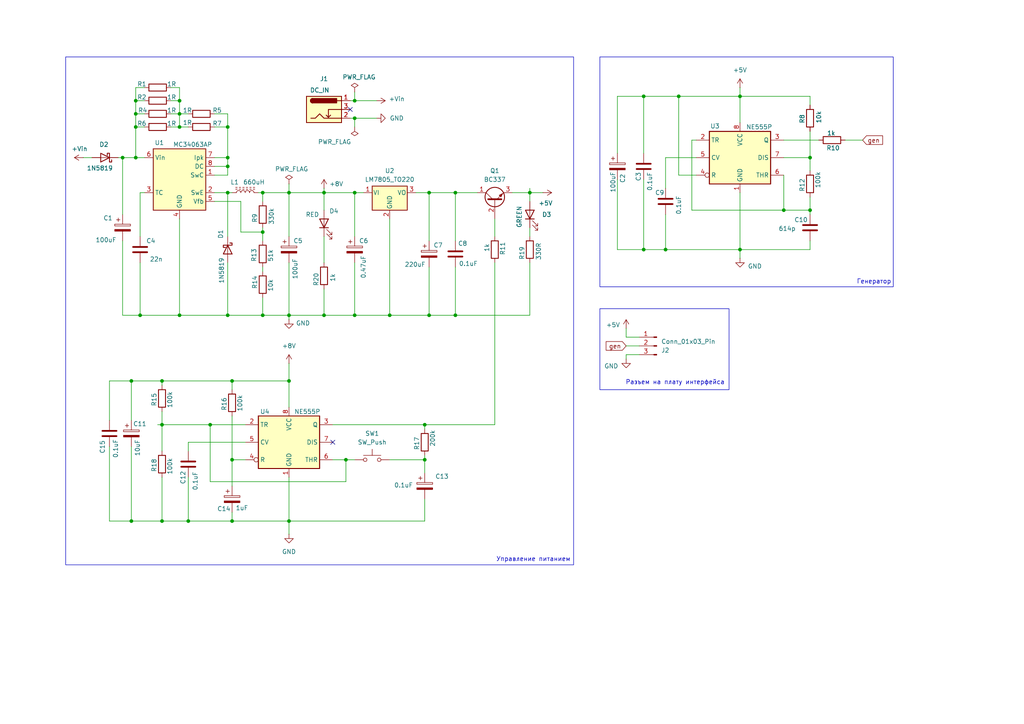
<source format=kicad_sch>
(kicad_sch (version 20231120) (generator "eeschema") (generator_version "8.0")
  (paper "A4")
  (title_block (title "Power Board"))
  (lib_symbols
    (symbol "Connector:Barrel_Jack_Switch" (pin_names hide)
      (property "Reference" "J" (at 0 5.334 0))
      (property "Value" "Barrel_Jack_Switch" (at 0 -5.08 0))
      (symbol "Barrel_Jack_Switch_0_1"
        (rectangle (start -5.08 3.81) (end 5.08 -3.81) (stroke (width 0.254)) (fill (type background)))
        (arc (start -3.302 3.175) (mid -3.9343 2.54) (end -3.302 1.905) (stroke (width 0.254)))
        (arc (start -3.302 3.175) (mid -3.9343 2.54) (end -3.302 1.905) (stroke (width 0.254)) (fill (type outline)))
        (polyline (pts (xy 1.27 -2.286) (xy 1.905 -1.651)) (stroke (width 0.254)))
        (polyline (pts (xy 5.08 2.54) (xy 3.81 2.54)) (stroke (width 0.254)))
        (polyline (pts (xy 5.08 0) (xy 1.27 0) (xy 1.27 -2.286) (xy 0.635 -1.651)) (stroke (width 0.254)))
        (polyline (pts (xy -3.81 -2.54) (xy -2.54 -2.54) (xy -1.27 -1.27) (xy 0 -2.54) (xy 2.54 -2.54) (xy 5.08 -2.54)) (stroke (width 0.254)))
        (rectangle (start 3.683 3.175) (end -3.302 1.905) (stroke (width 0.254)) (fill (type outline)))
      )
      (symbol "Barrel_Jack_Switch_1_1"
        (pin passive line (at 7.62 2.54 180) (length 2.54) (name "~") (number "1"))
        (pin passive line (at 7.62 -2.54 180) (length 2.54) (name "~") (number "2"))
        (pin passive line (at 7.62 0 180) (length 2.54) (name "~") (number "3"))
      )
    )
    (symbol "Connector:Conn_01x03_Pin" (pin_names (offset 1.016) hide)
      (property "Reference" "J" (at 0 5.08 0))
      (property "Value" "Conn_01x03_Pin" (at 0 -5.08 0))
      (symbol "Conn_01x03_Pin_1_1"
        (polyline (pts (xy 1.27 -2.54) (xy 0.8636 -2.54)) (stroke (width 0.1524)))
        (polyline (pts (xy 1.27 0) (xy 0.8636 0)) (stroke (width 0.1524)))
        (polyline (pts (xy 1.27 2.54) (xy 0.8636 2.54)) (stroke (width 0.1524)))
        (rectangle (start 0.8636 -2.413) (end 0 -2.667) (stroke (width 0.1524)) (fill (type outline)))
        (rectangle (start 0.8636 0.127) (end 0 -0.127) (stroke (width 0.1524)) (fill (type outline)))
        (rectangle (start 0.8636 2.667) (end 0 2.413) (stroke (width 0.1524)) (fill (type outline)))
        (pin passive line (at 5.08 2.54 180) (length 3.81) (name "Pin_1") (number "1"))
        (pin passive line (at 5.08 0 180) (length 3.81) (name "Pin_2") (number "2"))
        (pin passive line (at 5.08 -2.54 180) (length 3.81) (name "Pin_3") (number "3"))
      )
    )
    (symbol "Device:C" (pin_numbers hide) (pin_names (offset 0.254))
      (property "Reference" "C" (at 0.635 2.54 0))
      (property "Value" "C" (at 0.635 -2.54 0))
      (symbol "C_0_1"
        (polyline (pts (xy -2.032 -0.762) (xy 2.032 -0.762)) (stroke (width 0.508)))
        (polyline (pts (xy -2.032 0.762) (xy 2.032 0.762)) (stroke (width 0.508)))
      )
      (symbol "C_1_1"
        (pin passive line (at 0 3.81 270) (length 2.794) (name "~") (number "1"))
        (pin passive line (at 0 -3.81 90) (length 2.794) (name "~") (number "2"))
      )
    )
    (symbol "Device:C_Polarized" (pin_numbers hide) (pin_names (offset 0.254))
      (property "Reference" "C" (at 0.635 2.54 0))
      (property "Value" "C_Polarized" (at 0.635 -2.54 0))
      (symbol "C_Polarized_0_1"
        (rectangle (start -2.286 0.508) (end 2.286 1.016))
        (polyline (pts (xy -1.778 2.286) (xy -0.762 2.286)))
        (polyline (pts (xy -1.27 2.794) (xy -1.27 1.778)))
        (rectangle (start 2.286 -0.508) (end -2.286 -1.016) (fill (type outline)))
      )
      (symbol "C_Polarized_1_1"
        (pin passive line (at 0 3.81 270) (length 2.794) (name "~") (number "1"))
        (pin passive line (at 0 -3.81 90) (length 2.794) (name "~") (number "2"))
      )
    )
    (symbol "Device:LED" (pin_numbers hide) (pin_names (offset 1.016) hide)
      (property "Reference" "D" (at 0 2.54 0))
      (property "Value" "LED" (at 0 -2.54 0))
      (symbol "LED_0_1"
        (polyline (pts (xy -1.27 -1.27) (xy -1.27 1.27)) (stroke (width 0.254)))
        (polyline (pts (xy -1.27 0) (xy 1.27 0)))
        (polyline (pts (xy 1.27 -1.27) (xy 1.27 1.27) (xy -1.27 0) (xy 1.27 -1.27)) (stroke (width 0.254)))
        (polyline (pts (xy -3.048 -0.762) (xy -4.572 -2.286) (xy -3.81 -2.286) (xy -4.572 -2.286) (xy -4.572 -1.524)))
        (polyline (pts (xy -1.778 -0.762) (xy -3.302 -2.286) (xy -2.54 -2.286) (xy -3.302 -2.286) (xy -3.302 -1.524)))
      )
      (symbol "LED_1_1"
        (pin passive line (at -3.81 0 0) (length 2.54) (name "K") (number "1"))
        (pin passive line (at 3.81 0 180) (length 2.54) (name "A") (number "2"))
      )
    )
    (symbol "Device:L_Ferrite" (pin_numbers hide) (pin_names (offset 1.016) hide)
      (property "Reference" "L" (at -1.27 0 90))
      (property "Value" "L_Ferrite" (at 2.794 0 90))
      (symbol "L_Ferrite_0_1"
        (arc (start 0 -2.54) (mid 0.6323 -1.905) (end 0 -1.27))
        (arc (start 0 -1.27) (mid 0.6323 -0.635) (end 0 0))
        (polyline (pts (xy 1.016 -2.794) (xy 1.016 -2.286)))
        (polyline (pts (xy 1.016 -1.778) (xy 1.016 -1.27)))
        (polyline (pts (xy 1.016 -0.762) (xy 1.016 -0.254)))
        (polyline (pts (xy 1.016 0.254) (xy 1.016 0.762)))
        (polyline (pts (xy 1.016 1.27) (xy 1.016 1.778)))
        (polyline (pts (xy 1.016 2.286) (xy 1.016 2.794)))
        (polyline (pts (xy 1.524 -2.286) (xy 1.524 -2.794)))
        (polyline (pts (xy 1.524 -1.27) (xy 1.524 -1.778)))
        (polyline (pts (xy 1.524 -0.254) (xy 1.524 -0.762)))
        (polyline (pts (xy 1.524 0.762) (xy 1.524 0.254)))
        (polyline (pts (xy 1.524 1.778) (xy 1.524 1.27)))
        (polyline (pts (xy 1.524 2.794) (xy 1.524 2.286)))
        (arc (start 0 0) (mid 0.6323 0.635) (end 0 1.27))
        (arc (start 0 1.27) (mid 0.6323 1.905) (end 0 2.54))
      )
      (symbol "L_Ferrite_1_1"
        (pin passive line (at 0 3.81 270) (length 1.27) (name "1") (number "1"))
        (pin passive line (at 0 -3.81 90) (length 1.27) (name "2") (number "2"))
      )
    )
    (symbol "Device:R" (pin_numbers hide) (pin_names (offset 0))
      (property "Reference" "R" (at 2.032 0 90))
      (property "Value" "R" (at 0 0 90))
      (symbol "R_0_1"
        (rectangle (start -1.016 -2.54) (end 1.016 2.54) (stroke (width 0.254)))
      )
      (symbol "R_1_1"
        (pin passive line (at 0 3.81 270) (length 1.27) (name "~") (number "1"))
        (pin passive line (at 0 -3.81 90) (length 1.27) (name "~") (number "2"))
      )
    )
    (symbol "Diode:1N5819" (pin_numbers hide) (pin_names (offset 1.016) hide)
      (property "Reference" "D" (at 0 2.54 0))
      (property "Value" "1N5819" (at 0 -2.54 0))
      (symbol "1N5819_0_1"
        (polyline (pts (xy 1.27 0) (xy -1.27 0)))
        (polyline (pts (xy 1.27 1.27) (xy 1.27 -1.27) (xy -1.27 0) (xy 1.27 1.27)) (stroke (width 0.254)))
        (polyline (pts (xy -1.905 0.635) (xy -1.905 1.27) (xy -1.27 1.27) (xy -1.27 -1.27) (xy -0.635 -1.27) (xy -0.635 -0.635)) (stroke (width 0.254)))
      )
      (symbol "1N5819_1_1"
        (pin passive line (at -3.81 0 0) (length 2.54) (name "K") (number "1"))
        (pin passive line (at 3.81 0 180) (length 2.54) (name "A") (number "2"))
      )
    )
    (symbol "Regulator_Linear:LM7805_TO220" (pin_names (offset 0.254))
      (property "Reference" "U" (at -3.81 3.175 0))
      (property "Value" "LM7805_TO220" (at 0 3.175 0))
      (symbol "LM7805_TO220_0_1"
        (rectangle (start -5.08 1.905) (end 5.08 -5.08) (stroke (width 0.254)) (fill (type background)))
      )
      (symbol "LM7805_TO220_1_1"
        (pin power_in line (at -7.62 0 0) (length 2.54) (name "VI") (number "1"))
        (pin power_in line (at 0 -7.62 90) (length 2.54) (name "GND") (number "2"))
        (pin power_out line (at 7.62 0 180) (length 2.54) (name "VO") (number "3"))
      )
    )
    (symbol "Regulator_Switching:MC34063AP"
      (property "Reference" "U" (at -7.62 8.89 0))
      (property "Value" "MC34063AP" (at 0 8.89 0))
      (symbol "MC34063AP_0_1"
        (rectangle (start -7.62 7.62) (end 7.62 -10.16) (stroke (width 0.254)) (fill (type background)))
      )
      (symbol "MC34063AP_1_1"
        (pin open_collector line (at 10.16 0 180) (length 2.54) (name "SwC") (number "1"))
        (pin open_emitter line (at 10.16 -5.08 180) (length 2.54) (name "SwE") (number "2"))
        (pin passive line (at -10.16 -5.08 0) (length 2.54) (name "TC") (number "3"))
        (pin power_in line (at 0 -12.7 90) (length 2.54) (name "GND") (number "4"))
        (pin input line (at 10.16 -7.62 180) (length 2.54) (name "Vfb") (number "5"))
        (pin power_in line (at -10.16 5.08 0) (length 2.54) (name "Vin") (number "6"))
        (pin input line (at 10.16 5.08 180) (length 2.54) (name "Ipk") (number "7"))
        (pin open_collector line (at 10.16 2.54 180) (length 2.54) (name "DC") (number "8"))
      )
    )
    (symbol "Switch:SW_Push" (pin_numbers hide) (pin_names (offset 1.016) hide)
      (property "Reference" "SW" (at 1.27 2.54 0))
      (property "Value" "SW_Push" (at 0 -1.524 0))
      (symbol "SW_Push_0_1"
        (circle (center -2.032 0) (radius 0.508))
        (polyline (pts (xy 0 1.27) (xy 0 3.048)))
        (polyline (pts (xy 2.54 1.27) (xy -2.54 1.27)))
        (circle (center 2.032 0) (radius 0.508))
        (pin passive line (at -5.08 0 0) (length 2.54) (name "1") (number "1"))
        (pin passive line (at 5.08 0 180) (length 2.54) (name "2") (number "2"))
      )
    )
    (symbol "Timer:NE555P"
      (property "Reference" "U" (at -10.16 8.89 0))
      (property "Value" "NE555P" (at 2.54 8.89 0))
      (symbol "NE555P_0_0"
        (pin power_in line (at 0 -10.16 90) (length 2.54) (name "GND") (number "1"))
        (pin power_in line (at 0 10.16 270) (length 2.54) (name "VCC") (number "8"))
      )
      (symbol "NE555P_0_1"
        (rectangle (start -8.89 -7.62) (end 8.89 7.62) (stroke (width 0.254)) (fill (type background)))
        (rectangle (start -8.89 -7.62) (end 8.89 7.62) (stroke (width 0.254)) (fill (type background)))
      )
      (symbol "NE555P_1_1"
        (pin input line (at -12.7 5.08 0) (length 3.81) (name "TR") (number "2"))
        (pin output line (at 12.7 5.08 180) (length 3.81) (name "Q") (number "3"))
        (pin input inverted (at -12.7 -5.08 0) (length 3.81) (name "R") (number "4"))
        (pin input line (at -12.7 0 0) (length 3.81) (name "CV") (number "5"))
        (pin input line (at 12.7 -5.08 180) (length 3.81) (name "THR") (number "6"))
        (pin input line (at 12.7 0 180) (length 3.81) (name "DIS") (number "7"))
      )
    )
    (symbol "Transistor_BJT:BC337" (pin_names (offset 0) hide)
      (property "Reference" "Q" (at 5.08 1.905 0))
      (property "Value" "BC337" (at 5.08 0 0))
      (symbol "BC337_0_1"
        (polyline (pts (xy 0 0) (xy 0.635 0)))
        (polyline (pts (xy 0.635 0.635) (xy 2.54 2.54)))
        (polyline (pts (xy 0.635 -0.635) (xy 2.54 -2.54) (xy 2.54 -2.54)))
        (polyline (pts (xy 0.635 1.905) (xy 0.635 -1.905) (xy 0.635 -1.905)) (stroke (width 0.508)))
        (polyline (pts (xy 1.27 -1.778) (xy 1.778 -1.27) (xy 2.286 -2.286) (xy 1.27 -1.778) (xy 1.27 -1.778)) (fill (type outline)))
        (circle (center 1.27 0) (radius 2.8194) (stroke (width 0.254)))
      )
      (symbol "BC337_1_1"
        (pin passive line (at 2.54 5.08 270) (length 2.54) (name "C") (number "1"))
        (pin input line (at -5.08 0 0) (length 5.08) (name "B") (number "2"))
        (pin passive line (at 2.54 -5.08 90) (length 2.54) (name "E") (number "3"))
      )
    )
    (symbol "power:+12V" (power) (pin_numbers hide) (pin_names (offset 0) hide)
      (property "Value" "+12V" (at 0 3.556 0))
      (symbol "+12V_0_1"
        (polyline (pts (xy -0.762 1.27) (xy 0 2.54)))
        (polyline (pts (xy 0 0) (xy 0 2.54)))
        (polyline (pts (xy 0 2.54) (xy 0.762 1.27)))
      )
      (symbol "+12V_1_1"
        (pin power_in line (at 0 0 90) (length 0) (name "~") (number "1"))
      )
    )
    (symbol "power:+5V" (power) (pin_numbers hide) (pin_names (offset 0) hide)
      (property "Value" "+5V" (at 0 3.556 0))
      (symbol "+5V_0_1"
        (polyline (pts (xy -0.762 1.27) (xy 0 2.54)))
        (polyline (pts (xy 0 0) (xy 0 2.54)))
        (polyline (pts (xy 0 2.54) (xy 0.762 1.27)))
      )
      (symbol "+5V_1_1"
        (pin power_in line (at 0 0 90) (length 0) (name "~") (number "1"))
      )
    )
    (symbol "power:+9V" (power) (pin_numbers hide) (pin_names (offset 0) hide)
      (property "Value" "+9V" (at 0 3.556 0))
      (symbol "+9V_0_1"
        (polyline (pts (xy -0.762 1.27) (xy 0 2.54)))
        (polyline (pts (xy 0 0) (xy 0 2.54)))
        (polyline (pts (xy 0 2.54) (xy 0.762 1.27)))
      )
      (symbol "+9V_1_1"
        (pin power_in line (at 0 0 90) (length 0) (name "~") (number "1"))
      )
    )
    (symbol "power:GND" (power) (pin_numbers hide) (pin_names (offset 0) hide)
      (property "Value" "GND" (at 0 -3.81 0))
      (symbol "GND_0_1"
        (polyline (pts (xy 0 0) (xy 0 -1.27) (xy 1.27 -1.27) (xy 0 -2.54) (xy -1.27 -1.27) (xy 0 -1.27)))
      )
      (symbol "GND_1_1"
        (pin power_in line (at 0 0 270) (length 0) (name "~") (number "1"))
      )
    )
    (symbol "power:PWR_FLAG" (power) (pin_numbers hide) (pin_names (offset 0) hide)
      (property "Value" "PWR_FLAG" (at 0 3.81 0))
      (symbol "PWR_FLAG_0_0"
        (pin power_out line (at 0 0 90) (length 0) (name "~") (number "1"))
      )
      (symbol "PWR_FLAG_0_1"
        (polyline (pts (xy 0 0) (xy 0 1.27) (xy -1.016 1.905) (xy 0 2.54) (xy 1.016 1.905) (xy 0 1.27)))
      )
    )
  )
  (junction (at 66.04 36.83))
  (junction (at 76.2 91.44))
  (junction (at 93.98 91.44))
  (junction (at 38.1 151.13))
  (junction (at 214.63 72.39))
  (junction (at 83.82 55.88))
  (junction (at 76.2 55.88))
  (junction (at 67.31 110.49))
  (junction (at 132.08 55.88))
  (junction (at 46.99 123.19))
  (junction (at 123.19 133.35))
  (junction (at 52.07 29.21))
  (junction (at 52.07 36.83))
  (junction (at 66.04 91.44))
  (junction (at 83.82 110.49))
  (junction (at 124.46 91.44))
  (junction (at 76.2 67.31))
  (junction (at 227.33 60.96))
  (junction (at 93.98 55.88))
  (junction (at 46.99 110.49))
  (junction (at 67.31 151.13))
  (junction (at 214.63 27.94))
  (junction (at 123.19 123.19))
  (junction (at 54.61 151.13))
  (junction (at 35.56 45.72))
  (junction (at 102.87 55.88))
  (junction (at 113.03 91.44))
  (junction (at 52.07 91.44))
  (junction (at 39.37 29.21))
  (junction (at 52.07 33.02))
  (junction (at 39.37 36.83))
  (junction (at 60.96 123.19))
  (junction (at 46.99 151.13))
  (junction (at 102.87 29.21))
  (junction (at 196.85 27.94))
  (junction (at 102.87 91.44))
  (junction (at 234.95 45.72))
  (junction (at 40.64 91.44))
  (junction (at 132.08 91.44))
  (junction (at 39.37 45.72))
  (junction (at 67.31 133.35))
  (junction (at 153.67 55.88))
  (junction (at 66.04 45.72))
  (junction (at 66.04 48.26))
  (junction (at 193.04 72.39))
  (junction (at 124.46 55.88))
  (junction (at 66.04 55.88))
  (junction (at 234.95 60.96))
  (junction (at 39.37 33.02))
  (junction (at 100.33 133.35))
  (junction (at 186.69 72.39))
  (junction (at 83.82 151.13))
  (junction (at 186.69 27.94))
  (junction (at 83.82 91.44))
  (junction (at 102.87 34.29))
  (junction (at 38.1 110.49))
  (no_connect (at 101.6 31.75))
  (no_connect (at 96.52 128.27))
  (wire (pts (xy 31.75 151.13) (xy 38.1 151.13)))
  (wire (pts (xy 67.31 133.35) (xy 71.12 133.35)))
  (wire (pts (xy 83.82 138.43) (xy 83.82 151.13)))
  (wire (pts (xy 83.82 91.44) (xy 83.82 92.71)))
  (wire (pts (xy 186.69 72.39) (xy 193.04 72.39)))
  (wire (pts (xy 76.2 77.47) (xy 76.2 78.74)))
  (wire (pts (xy 93.98 54.61) (xy 93.98 55.88)))
  (wire (pts (xy 31.75 129.54) (xy 31.75 151.13)))
  (wire (pts (xy 153.67 91.44) (xy 132.08 91.44)))
  (wire (pts (xy 234.95 27.94) (xy 234.95 30.48)))
  (wire (pts (xy 96.52 133.35) (xy 100.33 133.35)))
  (wire (pts (xy 179.07 44.45) (xy 179.07 27.94)))
  (wire (pts (xy 52.07 33.02) (xy 52.07 29.21)))
  (wire (pts (xy 83.82 105.41) (xy 83.82 110.49)))
  (wire (pts (xy 52.07 33.02) (xy 54.61 33.02)))
  (wire (pts (xy 62.23 58.42) (xy 69.85 58.42)))
  (wire (pts (xy 214.63 72.39) (xy 214.63 74.93)))
  (wire (pts (xy 39.37 25.4) (xy 41.91 25.4)))
  (wire (pts (xy 62.23 55.88) (xy 66.04 55.88)))
  (wire (pts (xy 113.03 133.35) (xy 123.19 133.35)))
  (wire (pts (xy 46.99 151.13) (xy 54.61 151.13)))
  (wire (pts (xy 132.08 69.85) (xy 132.08 55.88)))
  (wire (pts (xy 67.31 151.13) (xy 83.82 151.13)))
  (wire (pts (xy 67.31 133.35) (xy 67.31 140.97)))
  (wire (pts (xy 46.99 123.19) (xy 45.72 123.19)))
  (wire (pts (xy 153.67 55.88) (xy 157.48 55.88)))
  (wire (pts (xy 186.69 72.39) (xy 186.69 52.07)))
  (wire (pts (xy 100.33 139.7) (xy 100.33 133.35)))
  (wire (pts (xy 66.04 36.83) (xy 66.04 45.72)))
  (wire (pts (xy 200.66 40.64) (xy 201.93 40.64)))
  (wire (pts (xy 83.82 76.2) (xy 83.82 91.44)))
  (wire (pts (xy 54.61 128.27) (xy 54.61 130.81)))
  (wire (pts (xy 93.98 68.58) (xy 93.98 76.2)))
  (wire (pts (xy 39.37 36.83) (xy 39.37 33.02)))
  (wire (pts (xy 101.6 29.21) (xy 102.87 29.21)))
  (wire (pts (xy 60.96 123.19) (xy 71.12 123.19)))
  (wire (pts (xy 60.96 123.19) (xy 60.96 139.7)))
  (wire (pts (xy 93.98 55.88) (xy 93.98 60.96)))
  (wire (pts (xy 52.07 36.83) (xy 52.07 33.02)))
  (wire (pts (xy 153.67 55.88) (xy 153.67 58.42)))
  (wire (pts (xy 39.37 33.02) (xy 41.91 33.02)))
  (wire (pts (xy 200.66 60.96) (xy 200.66 40.64)))
  (wire (pts (xy 52.07 91.44) (xy 52.07 63.5)))
  (wire (pts (xy 76.2 55.88) (xy 83.82 55.88)))
  (wire (pts (xy 123.19 132.08) (xy 123.19 133.35)))
  (wire (pts (xy 214.63 27.94) (xy 234.95 27.94)))
  (wire (pts (xy 123.19 123.19) (xy 123.19 124.46)))
  (wire (pts (xy 83.82 55.88) (xy 93.98 55.88)))
  (wire (pts (xy 200.66 60.96) (xy 227.33 60.96)))
  (wire (pts (xy 38.1 129.54) (xy 38.1 151.13)))
  (wire (pts (xy 185.42 97.79) (xy 181.61 97.79)))
  (wire (pts (xy 132.08 91.44) (xy 132.08 77.47)))
  (wire (pts (xy 76.2 86.36) (xy 76.2 91.44)))
  (wire (pts (xy 179.07 72.39) (xy 186.69 72.39)))
  (wire (pts (xy 101.6 34.29) (xy 102.87 34.29)))
  (wire (pts (xy 148.59 55.88) (xy 153.67 55.88)))
  (wire (pts (xy 66.04 48.26) (xy 66.04 50.8)))
  (wire (pts (xy 153.67 66.04) (xy 153.67 68.58)))
  (wire (pts (xy 124.46 77.47) (xy 124.46 91.44)))
  (wire (pts (xy 34.29 45.72) (xy 35.56 45.72)))
  (wire (pts (xy 105.41 55.88) (xy 102.87 55.88)))
  (wire (pts (xy 179.07 72.39) (xy 179.07 52.07)))
  (wire (pts (xy 124.46 91.44) (xy 132.08 91.44)))
  (wire (pts (xy 76.2 67.31) (xy 76.2 69.85)))
  (wire (pts (xy 69.85 67.31) (xy 76.2 67.31)))
  (wire (pts (xy 234.95 38.1) (xy 234.95 45.72)))
  (wire (pts (xy 67.31 110.49) (xy 67.31 113.03)))
  (wire (pts (xy 196.85 50.8) (xy 201.93 50.8)))
  (wire (pts (xy 54.61 151.13) (xy 67.31 151.13)))
  (wire (pts (xy 83.82 91.44) (xy 93.98 91.44)))
  (wire (pts (xy 227.33 40.64) (xy 237.49 40.64)))
  (wire (pts (xy 67.31 120.65) (xy 67.31 133.35)))
  (wire (pts (xy 83.82 110.49) (xy 83.82 118.11)))
  (wire (pts (xy 66.04 36.83) (xy 66.04 33.02)))
  (wire (pts (xy 46.99 119.38) (xy 46.99 123.19)))
  (wire (pts (xy 234.95 45.72) (xy 234.95 49.53)))
  (wire (pts (xy 62.23 36.83) (xy 66.04 36.83)))
  (wire (pts (xy 201.93 45.72) (xy 193.04 45.72)))
  (wire (pts (xy 143.51 63.5) (xy 143.51 68.58)))
  (wire (pts (xy 54.61 138.43) (xy 54.61 151.13)))
  (wire (pts (xy 96.52 123.19) (xy 123.19 123.19)))
  (wire (pts (xy 185.42 102.87) (xy 181.61 102.87)))
  (wire (pts (xy 196.85 27.94) (xy 196.85 50.8)))
  (wire (pts (xy 83.82 53.34) (xy 83.82 55.88)))
  (wire (pts (xy 186.69 44.45) (xy 186.69 27.94)))
  (wire (pts (xy 102.87 29.21) (xy 109.22 29.21)))
  (wire (pts (xy 179.07 27.94) (xy 186.69 27.94)))
  (wire (pts (xy 67.31 110.49) (xy 83.82 110.49)))
  (wire (pts (xy 123.19 123.19) (xy 143.51 123.19)))
  (wire (pts (xy 62.23 50.8) (xy 66.04 50.8)))
  (wire (pts (xy 214.63 55.88) (xy 214.63 72.39)))
  (wire (pts (xy 74.93 55.88) (xy 76.2 55.88)))
  (wire (pts (xy 38.1 151.13) (xy 46.99 151.13)))
  (wire (pts (xy 214.63 72.39) (xy 234.95 72.39)))
  (wire (pts (xy 123.19 133.35) (xy 123.19 137.16)))
  (wire (pts (xy 124.46 55.88) (xy 132.08 55.88)))
  (wire (pts (xy 52.07 36.83) (xy 54.61 36.83)))
  (wire (pts (xy 102.87 34.29) (xy 102.87 36.83)))
  (wire (pts (xy 193.04 62.23) (xy 193.04 72.39)))
  (wire (pts (xy 39.37 36.83) (xy 39.37 45.72)))
  (wire (pts (xy 35.56 91.44) (xy 40.64 91.44)))
  (wire (pts (xy 62.23 48.26) (xy 66.04 48.26)))
  (wire (pts (xy 227.33 60.96) (xy 234.95 60.96)))
  (wire (pts (xy 62.23 33.02) (xy 66.04 33.02)))
  (wire (pts (xy 83.82 91.44) (xy 76.2 91.44)))
  (wire (pts (xy 227.33 45.72) (xy 234.95 45.72)))
  (wire (pts (xy 66.04 91.44) (xy 76.2 91.44)))
  (wire (pts (xy 31.75 110.49) (xy 38.1 110.49)))
  (wire (pts (xy 52.07 29.21) (xy 52.07 25.4)))
  (wire (pts (xy 214.63 27.94) (xy 214.63 35.56)))
  (wire (pts (xy 60.96 139.7) (xy 100.33 139.7)))
  (wire (pts (xy 214.63 25.4) (xy 214.63 27.94)))
  (wire (pts (xy 102.87 55.88) (xy 102.87 68.58)))
  (wire (pts (xy 49.53 36.83) (xy 52.07 36.83)))
  (wire (pts (xy 123.19 151.13) (xy 123.19 144.78)))
  (wire (pts (xy 38.1 110.49) (xy 38.1 121.92)))
  (wire (pts (xy 113.03 91.44) (xy 102.87 91.44)))
  (wire (pts (xy 193.04 45.72) (xy 193.04 54.61)))
  (wire (pts (xy 245.11 40.64) (xy 250.19 40.64)))
  (wire (pts (xy 196.85 27.94) (xy 214.63 27.94)))
  (wire (pts (xy 76.2 66.04) (xy 76.2 67.31)))
  (wire (pts (xy 38.1 110.49) (xy 46.99 110.49)))
  (wire (pts (xy 39.37 25.4) (xy 39.37 29.21)))
  (wire (pts (xy 52.07 91.44) (xy 66.04 91.44)))
  (wire (pts (xy 62.23 45.72) (xy 66.04 45.72)))
  (wire (pts (xy 49.53 25.4) (xy 52.07 25.4)))
  (wire (pts (xy 93.98 55.88) (xy 102.87 55.88)))
  (wire (pts (xy 153.67 76.2) (xy 153.67 91.44)))
  (wire (pts (xy 113.03 63.5) (xy 113.03 91.44)))
  (wire (pts (xy 67.31 148.59) (xy 67.31 151.13)))
  (wire (pts (xy 132.08 55.88) (xy 138.43 55.88)))
  (wire (pts (xy 186.69 27.94) (xy 196.85 27.94)))
  (wire (pts (xy 40.64 55.88) (xy 41.91 55.88)))
  (wire (pts (xy 227.33 50.8) (xy 227.33 60.96)))
  (wire (pts (xy 153.67 54.61) (xy 153.67 55.88)))
  (wire (pts (xy 35.56 45.72) (xy 35.56 62.23)))
  (wire (pts (xy 31.75 121.92) (xy 31.75 110.49)))
  (wire (pts (xy 40.64 76.2) (xy 40.64 91.44)))
  (wire (pts (xy 69.85 58.42) (xy 69.85 67.31)))
  (wire (pts (xy 124.46 55.88) (xy 124.46 69.85)))
  (wire (pts (xy 35.56 69.85) (xy 35.56 91.44)))
  (wire (pts (xy 71.12 128.27) (xy 54.61 128.27)))
  (wire (pts (xy 66.04 55.88) (xy 66.04 68.58)))
  (wire (pts (xy 181.61 100.33) (xy 185.42 100.33)))
  (wire (pts (xy 76.2 55.88) (xy 76.2 58.42)))
  (wire (pts (xy 234.95 69.85) (xy 234.95 72.39)))
  (wire (pts (xy 49.53 29.21) (xy 52.07 29.21)))
  (wire (pts (xy 83.82 151.13) (xy 123.19 151.13)))
  (wire (pts (xy 234.95 57.15) (xy 234.95 60.96)))
  (wire (pts (xy 40.64 68.58) (xy 40.64 55.88)))
  (wire (pts (xy 46.99 151.13) (xy 46.99 138.43)))
  (wire (pts (xy 39.37 29.21) (xy 41.91 29.21)))
  (wire (pts (xy 39.37 36.83) (xy 41.91 36.83)))
  (wire (pts (xy 49.53 33.02) (xy 52.07 33.02)))
  (wire (pts (xy 100.33 133.35) (xy 102.87 133.35)))
  (wire (pts (xy 120.65 55.88) (xy 124.46 55.88)))
  (wire (pts (xy 66.04 55.88) (xy 67.31 55.88)))
  (wire (pts (xy 24.13 45.72) (xy 26.67 45.72)))
  (wire (pts (xy 102.87 34.29) (xy 109.22 34.29)))
  (wire (pts (xy 46.99 123.19) (xy 60.96 123.19)))
  (wire (pts (xy 181.61 102.87) (xy 181.61 104.14)))
  (wire (pts (xy 143.51 76.2) (xy 143.51 123.19)))
  (wire (pts (xy 46.99 111.76) (xy 46.99 110.49)))
  (wire (pts (xy 181.61 97.79) (xy 181.61 95.25)))
  (wire (pts (xy 234.95 60.96) (xy 234.95 62.23)))
  (wire (pts (xy 39.37 29.21) (xy 39.37 33.02)))
  (wire (pts (xy 39.37 45.72) (xy 41.91 45.72)))
  (wire (pts (xy 93.98 91.44) (xy 102.87 91.44)))
  (wire (pts (xy 66.04 45.72) (xy 66.04 48.26)))
  (wire (pts (xy 102.87 26.67) (xy 102.87 29.21)))
  (wire (pts (xy 93.98 83.82) (xy 93.98 91.44)))
  (wire (pts (xy 66.04 76.2) (xy 66.04 91.44)))
  (wire (pts (xy 46.99 123.19) (xy 46.99 130.81)))
  (wire (pts (xy 83.82 151.13) (xy 83.82 154.94)))
  (wire (pts (xy 124.46 91.44) (xy 113.03 91.44)))
  (wire (pts (xy 193.04 72.39) (xy 214.63 72.39)))
  (wire (pts (xy 83.82 55.88) (xy 83.82 68.58)))
  (wire (pts (xy 102.87 91.44) (xy 102.87 76.2)))
  (wire (pts (xy 46.99 110.49) (xy 67.31 110.49)))
  (wire (pts (xy 40.64 91.44) (xy 52.07 91.44)))
  (wire (pts (xy 35.56 45.72) (xy 39.37 45.72)))
  (rectangle (start 173.99 16.51) (end 259.08 83.185))
  (rectangle (start 19.05 16.51) (end 166.37 163.83))
  (rectangle (start 173.99 89.535) (end 211.455 113.03))
  (text "Генератор" (at 253.492 81.788 0) (effects (font (size 1.27 1.27))))
  (text "Разъем на плату интерфейса" (at 195.834 110.998 0) (effects (font (size 1.27 1.27))))
  (text "Управление питанием" (at 154.686 162.306 0) (effects (font (size 1.27 1.27))))
  (global_label "gen" (shape input) (at 250.19 40.64 0) (property "Intersheetrefs" "${INTERSHEET_REFS}" (effects (hide yes))))
  (global_label "gen" (shape input) (at 181.61 100.33 180) (property "Intersheetrefs" "${INTERSHEET_REFS}" (effects (hide yes))))
  (symbol (lib_id "power:PWR_FLAG") (at 83.82 53.34 0) (unit 1)
    (property "Reference" "#FLG03" (effects (hide yes)))
    (property "Value" "PWR_FLAG" (at 84.582 49.022 0))
    (property "Description" "Special symbol for telling ERC where power comes from" (effects (hide yes)))
  )
  (symbol (lib_id "Device:C") (at 186.69 48.26 0) (unit 1)
    (property "Reference" "C3" (at 185.166 52.578 90) (effects (justify left)))
    (property "Value" "0.1uF" (at 188.468 55.372 90) (effects (justify left)))
    (property "Footprint" "Capacitor_THT:C_Disc_D3.0mm_W2.0mm_P2.50mm" (effects (hide yes)))
    (property "Description" "Unpolarized capacitor" (effects (hide yes)))
  )
  (symbol (lib_id "power:GND") (at 181.61 104.14 0) (unit 1)
    (property "Reference" "#PWR07" (effects (hide yes)))
    (property "Value" "GND" (at 177.292 106.172 0))
    (property "Description" "Power symbol creates a global label with name \"GND\" , ground" (effects (hide yes)))
  )
  (symbol (lib_id "Device:C_Polarized") (at 67.31 144.78 0) (unit 1)
    (property "Reference" "C14" (at 62.992 147.574 0) (effects (justify left)))
    (property "Value" "1uF" (at 68.326 147.32 0) (effects (justify left)))
    (property "Footprint" "Capacitor_THT:CP_Radial_D4.0mm_P1.50mm" (effects (hide yes)))
    (property "Description" "Polarized capacitor" (effects (hide yes)))
  )
  (symbol (lib_id "power:+5V") (at 157.48 55.88 270) (unit 1)
    (property "Reference" "#PWR05" (effects (hide yes)))
    (property "Value" "+5V" (at 156.21 58.928 90) (effects (justify left)))
    (property "Description" "Power symbol creates a global label with name \"+5V\"" (effects (hide yes)))
  )
  (symbol (lib_id "power:+12V") (at 109.22 29.21 270) (unit 1)
    (property "Reference" "#PWR01" (effects (hide yes)))
    (property "Value" "+Vin" (at 112.776 28.702 90) (effects (justify left)))
    (property "Description" "Power symbol creates a global label with name \"+12V\"" (effects (hide yes)))
  )
  (symbol (lib_id "Device:C") (at 40.64 72.39 0) (unit 1)
    (property "Reference" "C4" (at 42.418 69.85 0) (effects (justify left)))
    (property "Value" "22n" (at 43.434 75.184 0) (effects (justify left)))
    (property "Footprint" "Capacitor_THT:C_Disc_D3.0mm_W2.0mm_P2.50mm" (effects (hide yes)))
    (property "Description" "Unpolarized capacitor" (effects (hide yes)))
  )
  (symbol (lib_id "Device:R") (at 153.67 72.39 180) (unit 1)
    (property "Reference" "R19" (at 151.384 73.406 90))
    (property "Value" "330R" (at 156.21 72.898 90))
    (property "Footprint" "Resistor_THT:R_Axial_DIN0207_L6.3mm_D2.5mm_P2.54mm_Vertical" (effects (hide yes)))
    (property "Description" "Resistor" (effects (hide yes)))
  )
  (symbol (lib_id "Timer:NE555P") (at 83.82 128.27 0) (unit 1)
    (property "Reference" "U4" (at 75.438 119.38 0) (effects (justify left)))
    (property "Value" "NE555P" (at 85.344 119.38 0) (effects (justify left)))
    (property "Footprint" "Package_DIP:DIP-8_W7.62mm" (effects (hide yes)))
    (property "Datasheet" "http://www.ti.com/lit/ds/symlink/ne555.pdf" (effects (hide yes)))
    (property "Description" "Precision Timers, 555 compatible,  PDIP-8" (effects (hide yes)))
  )
  (symbol (lib_id "Device:R") (at 234.95 34.29 180) (unit 1)
    (property "Reference" "R8" (at 232.664 35.814 90) (effects (justify right)))
    (property "Value" "10k" (at 237.49 35.814 90) (effects (justify right)))
    (property "Footprint" "Resistor_THT:R_Axial_DIN0207_L6.3mm_D2.5mm_P2.54mm_Vertical" (effects (hide yes)))
    (property "Description" "Resistor" (effects (hide yes)))
  )
  (symbol (lib_id "Device:R") (at 76.2 73.66 0) (unit 1)
    (property "Reference" "R13" (at 73.66 75.946 90) (effects (justify left)))
    (property "Value" "51k" (at 78.486 75.946 90) (effects (justify left)))
    (property "Footprint" "Resistor_THT:R_Axial_DIN0204_L3.6mm_D1.6mm_P7.62mm_Horizontal" (effects (hide yes)))
    (property "Description" "Resistor" (effects (hide yes)))
  )
  (symbol (lib_id "Device:LED") (at 153.67 62.23 90) (unit 1)
    (property "Reference" "D3" (at 157.226 62.23 90) (effects (justify right)))
    (property "Value" "GREEN" (at 150.622 59.69 0) (effects (justify right)))
    (property "Footprint" "LED_THT:LED_D3.0mm_Horizontal_O1.27mm_Z2.0mm_Clear" (effects (hide yes)))
    (property "Description" "Light emitting diode" (effects (hide yes)))
  )
  (symbol (lib_id "Device:C_Polarized") (at 179.07 48.26 0) (unit 1)
    (property "Reference" "C2" (at 180.594 53.086 90) (effects (justify left)))
    (property "Value" "100uF" (at 177.8 55.88 90) (effects (justify left)))
    (property "Footprint" "Capacitor_THT:CP_Radial_D8.0mm_P3.80mm" (effects (hide yes)))
    (property "Description" "Polarized capacitor" (effects (hide yes)))
  )
  (symbol (lib_id "Device:C") (at 193.04 58.42 0) (unit 1)
    (property "Reference" "C9" (at 189.992 55.88 0) (effects (justify left)))
    (property "Value" "0.1uF" (at 196.85 62.23 90) (effects (justify left)))
    (property "Footprint" "Capacitor_THT:C_Disc_D3.0mm_W2.0mm_P2.50mm" (effects (hide yes)))
    (property "Description" "Unpolarized capacitor" (effects (hide yes)))
  )
  (symbol (lib_id "power:GND") (at 83.82 92.71 0) (unit 1)
    (property "Reference" "#PWR06" (effects (hide yes)))
    (property "Value" "GND" (at 87.884 93.726 0))
    (property "Description" "Power symbol creates a global label with name \"GND\" , ground" (effects (hide yes)))
  )
  (symbol (lib_id "Device:C") (at 54.61 134.62 0) (unit 1)
    (property "Reference" "C12" (at 53.086 140.462 90) (effects (justify left)))
    (property "Value" "0.1uF" (at 56.642 142.24 90) (effects (justify left)))
    (property "Footprint" "Capacitor_THT:C_Disc_D3.0mm_W2.0mm_P2.50mm" (effects (hide yes)))
    (property "Description" "Unpolarized capacitor" (effects (hide yes)))
  )
  (symbol (lib_id "Device:C_Polarized") (at 102.87 72.39 0) (unit 1)
    (property "Reference" "C6" (at 104.14 69.85 0) (effects (justify left)))
    (property "Value" "0.47uF" (at 105.41 80.772 90) (effects (justify left)))
    (property "Footprint" "Capacitor_THT:CP_Radial_D5.0mm_P2.50mm" (effects (hide yes)))
    (property "Description" "Polarized capacitor" (effects (hide yes)))
  )
  (symbol (lib_id "Device:C_Polarized") (at 38.1 125.73 0) (unit 1)
    (property "Reference" "C11" (at 38.608 122.936 0) (effects (justify left)))
    (property "Value" "10uF" (at 39.878 132.334 90) (effects (justify left)))
    (property "Footprint" "Capacitor_THT:CP_Radial_D4.0mm_P2.00mm" (effects (hide yes)))
    (property "Description" "Polarized capacitor" (effects (hide yes)))
  )
  (symbol (lib_id "Connector:Conn_01x03_Pin") (at 190.5 100.33 0) (mirror y) (unit 1)
    (property "Reference" "J2" (at 191.77 101.6001 0) (effects (justify right)))
    (property "Value" "Conn_01x03_Pin" (at 191.77 99.0601 0) (effects (justify right)))
    (property "Footprint" "Connector_PinHeader_2.54mm:PinHeader_1x03_P2.54mm_Vertical" (effects (hide yes)))
    (property "Description" "Generic connector, single row, 01x03, script generated" (effects (hide yes)))
  )
  (symbol (lib_id "power:+5V") (at 181.61 95.25 0) (unit 1)
    (property "Reference" "#PWR012" (effects (hide yes)))
    (property "Value" "+5V" (at 175.768 94.234 0) (effects (justify left)))
    (property "Description" "Power symbol creates a global label with name \"+5V\"" (effects (hide yes)))
  )
  (symbol (lib_id "Device:C_Polarized") (at 83.82 72.39 0) (unit 1)
    (property "Reference" "C5" (at 85.09 69.85 0) (effects (justify left)))
    (property "Value" "100uF" (at 85.598 81.026 90) (effects (justify left)))
    (property "Footprint" "Capacitor_THT:CP_Radial_D8.0mm_P3.80mm" (effects (hide yes)))
    (property "Description" "Polarized capacitor" (effects (hide yes)))
  )
  (symbol (lib_id "Connector:Barrel_Jack_Switch") (at 93.98 31.75 0) (unit 1)
    (property "Reference" "J1" (at 93.98 22.86 0))
    (property "Value" "DC_IN" (at 92.71 26.162 0))
    (property "Footprint" "Connector_BarrelJack:BarrelJack_Horizontal" (effects (hide yes)))
    (property "Description" "DC Barrel Jack with an internal switch" (effects (hide yes)))
  )
  (symbol (lib_id "Diode:1N5819") (at 30.48 45.72 180) (unit 1)
    (property "Reference" "D2" (at 31.496 41.91 0) (effects (justify left)))
    (property "Value" "1N5819" (at 32.766 48.768 0) (effects (justify left)))
    (property "Footprint" "Diode_THT:D_DO-41_SOD81_P2.54mm_Vertical_AnodeUp" (effects (hide yes)))
    (property "Datasheet" "http://www.vishay.com/docs/88525/1n5817.pdf" (effects (hide yes)))
    (property "Description" "40V 1A Schottky Barrier Rectifier Diode, DO-41" (effects (hide yes)))
  )
  (symbol (lib_id "Device:R") (at 234.95 53.34 180) (unit 1)
    (property "Reference" "R12" (at 232.664 55.626 90) (effects (justify right)))
    (property "Value" "100k" (at 237.236 54.61 90) (effects (justify right)))
    (property "Footprint" "Resistor_THT:R_Axial_DIN0207_L6.3mm_D2.5mm_P2.54mm_Vertical" (effects (hide yes)))
    (property "Description" "Resistor" (effects (hide yes)))
  )
  (symbol (lib_id "Device:R") (at 123.19 128.27 180) (unit 1)
    (property "Reference" "R17" (at 120.904 130.556 90) (effects (justify right)))
    (property "Value" "200k" (at 125.476 129.54 90) (effects (justify right)))
    (property "Footprint" "Resistor_THT:R_Axial_DIN0204_L3.6mm_D1.6mm_P7.62mm_Horizontal" (effects (hide yes)))
    (property "Description" "Resistor" (effects (hide yes)))
  )
  (symbol (lib_id "power:PWR_FLAG") (at 102.87 26.67 0) (unit 1)
    (property "Reference" "#FLG01" (effects (hide yes)))
    (property "Value" "PWR_FLAG" (at 104.14 22.352 0))
    (property "Description" "Special symbol for telling ERC where power comes from" (effects (hide yes)))
  )
  (symbol (lib_id "Device:L_Ferrite") (at 71.12 55.88 90) (unit 1)
    (property "Reference" "L1" (at 68.072 52.832 90))
    (property "Value" "660uH" (at 73.66 52.832 90))
    (property "Footprint" "Inductor_THT:L_Radial_D7.2mm_P3.00mm_Murata_1700" (effects (hide yes)))
    (property "Description" "Inductor with ferrite core" (effects (hide yes)))
  )
  (symbol (lib_id "Regulator_Linear:LM7805_TO220") (at 113.03 55.88 0) (unit 1)
    (property "Reference" "U2" (at 113.03 49.53 0))
    (property "Value" "LM7805_TO220" (at 113.03 52.07 0))
    (property "Footprint" "Package_TO_SOT_THT:TO-220-3_Horizontal_TabDown" (effects (hide yes)))
    (property "Datasheet" "https://www.onsemi.cn/PowerSolutions/document/MC7800-D.PDF" (effects (hide yes)))
    (property "Description" "Positive 1A 35V Linear Regulator, Fixed Output 5V, TO-220" (effects (hide yes)))
  )
  (symbol (lib_id "Timer:NE555P") (at 214.63 45.72 0) (unit 1)
    (property "Reference" "U3" (at 205.994 36.576 0) (effects (justify left)))
    (property "Value" "NE555P" (at 216.408 36.83 0) (effects (justify left)))
    (property "Footprint" "Package_DIP:DIP-8_W7.62mm" (effects (hide yes)))
    (property "Datasheet" "http://www.ti.com/lit/ds/symlink/ne555.pdf" (effects (hide yes)))
    (property "Description" "Precision Timers, 555 compatible,  PDIP-8" (effects (hide yes)))
  )
  (symbol (lib_id "Device:R") (at 45.72 25.4 90) (unit 1)
    (property "Reference" "R1" (at 41.148 24.384 90))
    (property "Value" "1R" (at 49.784 24.384 90))
    (property "Footprint" "Resistor_THT:R_Axial_DIN0207_L6.3mm_D2.5mm_P2.54mm_Vertical" (effects (hide yes)))
    (property "Description" "Resistor" (effects (hide yes)))
  )
  (symbol (lib_id "Device:R") (at 76.2 82.55 0) (unit 1)
    (property "Reference" "R14" (at 73.914 83.82 90) (effects (justify left)))
    (property "Value" "10k" (at 78.486 84.582 90) (effects (justify left)))
    (property "Footprint" "Resistor_THT:R_Axial_DIN0207_L6.3mm_D2.5mm_P2.54mm_Vertical" (effects (hide yes)))
    (property "Description" "Resistor" (effects (hide yes)))
  )
  (symbol (lib_id "Device:R") (at 45.72 33.02 90) (unit 1)
    (property "Reference" "R4" (at 41.402 32.004 90))
    (property "Value" "1R" (at 49.784 32.004 90))
    (property "Footprint" "Resistor_THT:R_Axial_DIN0207_L6.3mm_D2.5mm_P2.54mm_Vertical" (effects (hide yes)))
    (property "Description" "Resistor" (effects (hide yes)))
  )
  (symbol (lib_id "power:PWR_FLAG") (at 102.87 36.83 180) (unit 1)
    (property "Reference" "#FLG02" (effects (hide yes)))
    (property "Value" "PWR_FLAG" (at 97.028 41.148 0))
    (property "Description" "Special symbol for telling ERC where power comes from" (effects (hide yes)))
  )
  (symbol (lib_id "power:GND") (at 214.63 74.93 0) (unit 1)
    (property "Reference" "#PWR09" (effects (hide yes)))
    (property "Value" "GND" (at 218.948 77.216 0))
    (property "Description" "Power symbol creates a global label with name \"GND\" , ground" (effects (hide yes)))
  )
  (symbol (lib_id "Device:C") (at 234.95 66.04 0) (unit 1)
    (property "Reference" "C10" (at 230.378 63.754 0) (effects (justify left)))
    (property "Value" "614p" (at 225.806 66.294 0) (effects (justify left)))
    (property "Footprint" "Capacitor_THT:C_Disc_D3.0mm_W2.0mm_P2.50mm" (effects (hide yes)))
    (property "Description" "Unpolarized capacitor" (effects (hide yes)))
  )
  (symbol (lib_id "Device:R") (at 76.2 62.23 180) (unit 1)
    (property "Reference" "R9" (at 73.914 63.246 90))
    (property "Value" "330k" (at 78.74 62.738 90))
    (property "Footprint" "Resistor_THT:R_Axial_DIN0207_L6.3mm_D2.5mm_P2.54mm_Vertical" (effects (hide yes)))
    (property "Description" "Resistor" (effects (hide yes)))
  )
  (symbol (lib_id "Regulator_Switching:MC34063AP") (at 52.07 50.8 0) (unit 1)
    (property "Reference" "U1" (at 46.228 41.402 0))
    (property "Value" "MC34063AP" (at 55.88 41.91 0))
    (property "Footprint" "Package_DIP:DIP-8_W7.62mm" (effects (hide yes)))
    (property "Datasheet" "http://www.onsemi.com/pub_link/Collateral/MC34063A-D.PDF" (effects (hide yes)))
    (property "Description" "1.5A, step-up/down/inverting switching regulator, 3-40V Vin, 100kHz, DIP-8" (effects (hide yes)))
  )
  (symbol (lib_id "Device:R") (at 45.72 29.21 90) (unit 1)
    (property "Reference" "R2" (at 41.148 28.194 90))
    (property "Value" "1R" (at 49.784 28.194 90))
    (property "Footprint" "Resistor_THT:R_Axial_DIN0207_L6.3mm_D2.5mm_P2.54mm_Vertical" (effects (hide yes)))
    (property "Description" "Resistor" (effects (hide yes)))
  )
  (symbol (lib_id "Device:R") (at 241.3 40.64 270) (unit 1)
    (property "Reference" "R10" (at 243.586 42.926 90) (effects (justify right)))
    (property "Value" "1k" (at 242.316 38.608 90) (effects (justify right)))
    (property "Footprint" "Resistor_THT:R_Axial_DIN0207_L6.3mm_D2.5mm_P2.54mm_Vertical" (effects (hide yes)))
    (property "Description" "Resistor" (effects (hide yes)))
  )
  (symbol (lib_id "Device:R") (at 58.42 36.83 90) (unit 1)
    (property "Reference" "R7" (at 62.992 35.814 90))
    (property "Value" "1R" (at 54.356 35.56 90))
    (property "Footprint" "Resistor_THT:R_Axial_DIN0207_L6.3mm_D2.5mm_P2.54mm_Vertical" (effects (hide yes)))
    (property "Description" "Resistor" (effects (hide yes)))
  )
  (symbol (lib_id "Switch:SW_Push") (at 107.95 133.35 0) (mirror y) (unit 1)
    (property "Reference" "SW1" (at 107.95 125.73 0))
    (property "Value" "SW_Push" (at 107.95 128.27 0))
    (property "Footprint" "Button_Switch_THT:SW_Tactile_SPST_Angled_PTS645Vx83-2LFS" (effects (hide yes)))
    (property "Description" "Push button switch, generic, two pins" (effects (hide yes)))
  )
  (symbol (lib_id "Device:C_Polarized") (at 124.46 73.66 0) (unit 1)
    (property "Reference" "C7" (at 125.73 71.12 0) (effects (justify left)))
    (property "Value" "220uF" (at 117.348 76.708 0) (effects (justify left)))
    (property "Footprint" "Capacitor_THT:CP_Radial_D8.0mm_P3.80mm" (effects (hide yes)))
    (property "Description" "Polarized capacitor" (effects (hide yes)))
  )
  (symbol (lib_id "power:+5V") (at 83.82 105.41 0) (unit 1)
    (property "Reference" "#PWR010" (effects (hide yes)))
    (property "Value" "+8V" (at 83.82 100.33 0))
    (property "Description" "Power symbol creates a global label with name \"+5V\"" (effects (hide yes)))
  )
  (symbol (lib_id "power:+9V") (at 93.98 54.61 0) (unit 1)
    (property "Reference" "#PWR04" (effects (hide yes)))
    (property "Value" "+8V" (at 95.504 53.34 0) (effects (justify left)))
    (property "Description" "Power symbol creates a global label with name \"+9V\"" (effects (hide yes)))
  )
  (symbol (lib_id "power:GND") (at 83.82 154.94 0) (unit 1)
    (property "Reference" "#PWR011" (effects (hide yes)))
    (property "Value" "GND" (at 83.82 160.02 0))
    (property "Description" "Power symbol creates a global label with name \"GND\" , ground" (effects (hide yes)))
  )
  (symbol (lib_id "Device:R") (at 58.42 33.02 90) (unit 1)
    (property "Reference" "R5" (at 62.992 32.004 90))
    (property "Value" "1R" (at 54.356 32.004 90))
    (property "Footprint" "Resistor_THT:R_Axial_DIN0207_L6.3mm_D2.5mm_P2.54mm_Vertical" (effects (hide yes)))
    (property "Description" "Resistor" (effects (hide yes)))
  )
  (symbol (lib_id "Device:C_Polarized") (at 35.56 66.04 0) (unit 1)
    (property "Reference" "C1" (at 29.972 63.246 0) (effects (justify left)))
    (property "Value" "100uF" (at 27.686 69.596 0) (effects (justify left)))
    (property "Footprint" "Capacitor_THT:CP_Radial_D8.0mm_P3.80mm" (effects (hide yes)))
    (property "Description" "Polarized capacitor" (effects (hide yes)))
  )
  (symbol (lib_id "Diode:1N5819") (at 66.04 72.39 270) (unit 1)
    (property "Reference" "D1" (at 64.008 66.548 0) (effects (justify left)))
    (property "Value" "1N5819" (at 64.262 74.676 0) (effects (justify left)))
    (property "Footprint" "Diode_THT:D_DO-41_SOD81_P7.62mm_Horizontal" (effects (hide yes)))
    (property "Datasheet" "http://www.vishay.com/docs/88525/1n5817.pdf" (effects (hide yes)))
    (property "Description" "40V 1A Schottky Barrier Rectifier Diode, DO-41" (effects (hide yes)))
  )
  (symbol (lib_id "Device:R") (at 45.72 36.83 90) (unit 1)
    (property "Reference" "R6" (at 41.148 35.814 90))
    (property "Value" "1R" (at 49.784 35.814 90))
    (property "Footprint" "Resistor_THT:R_Axial_DIN0207_L6.3mm_D2.5mm_P2.54mm_Vertical" (effects (hide yes)))
    (property "Description" "Resistor" (effects (hide yes)))
  )
  (symbol (lib_id "Device:R") (at 143.51 72.39 0) (unit 1)
    (property "Reference" "R11" (at 145.796 70.104 90) (effects (justify right)))
    (property "Value" "1k" (at 141.224 70.612 90) (effects (justify right)))
    (property "Footprint" "Resistor_THT:R_Axial_DIN0204_L3.6mm_D1.6mm_P7.62mm_Horizontal" (effects (hide yes)))
    (property "Description" "Resistor" (effects (hide yes)))
  )
  (symbol (lib_id "Device:R") (at 46.99 134.62 180) (unit 1)
    (property "Reference" "R18" (at 44.704 136.906 90) (effects (justify right)))
    (property "Value" "100k" (at 49.276 137.668 90) (effects (justify right)))
    (property "Footprint" "Resistor_THT:R_Axial_DIN0207_L6.3mm_D2.5mm_P2.54mm_Vertical" (effects (hide yes)))
    (property "Description" "Resistor" (effects (hide yes)))
  )
  (symbol (lib_id "Device:C") (at 31.75 125.73 0) (unit 1)
    (property "Reference" "C15" (at 29.718 131.572 90) (effects (justify left)))
    (property "Value" "0.1uF" (at 33.528 132.842 90) (effects (justify left)))
    (property "Footprint" "Capacitor_THT:C_Disc_D3.0mm_W2.0mm_P2.50mm" (effects (hide yes)))
    (property "Description" "Unpolarized capacitor" (effects (hide yes)))
  )
  (symbol (lib_id "Device:LED") (at 93.98 64.77 90) (unit 1)
    (property "Reference" "D4" (at 95.504 61.214 90) (effects (justify right)))
    (property "Value" "RED" (at 88.646 62.23 90) (effects (justify right)))
    (property "Footprint" "LED_THT:LED_D3.0mm_Horizontal_O1.27mm_Z2.0mm_Clear" (effects (hide yes)))
    (property "Description" "Light emitting diode" (effects (hide yes)))
  )
  (symbol (lib_id "Device:R") (at 93.98 80.01 180) (unit 1)
    (property "Reference" "R20" (at 91.694 81.026 90))
    (property "Value" "1k" (at 96.52 80.518 90))
    (property "Footprint" "Resistor_THT:R_Axial_DIN0207_L6.3mm_D2.5mm_P2.54mm_Vertical" (effects (hide yes)))
    (property "Description" "Resistor" (effects (hide yes)))
  )
  (symbol (lib_id "Device:C_Polarized") (at 123.19 140.97 0) (unit 1)
    (property "Reference" "C13" (at 126.238 138.176 0) (effects (justify left)))
    (property "Value" "0.1uF" (at 114.3 140.716 0) (effects (justify left)))
    (property "Footprint" "Capacitor_THT:CP_Radial_D4.0mm_P2.00mm" (effects (hide yes)))
    (property "Description" "Polarized capacitor" (effects (hide yes)))
  )
  (symbol (lib_id "power:+9V") (at 214.63 25.4 0) (unit 1)
    (property "Reference" "#PWR08" (effects (hide yes)))
    (property "Value" "+5V" (at 214.63 20.32 0))
    (property "Description" "Power symbol creates a global label with name \"+9V\"" (effects (hide yes)))
  )
  (symbol (lib_id "Device:R") (at 67.31 116.84 180) (unit 1)
    (property "Reference" "R16" (at 65.024 119.126 90) (effects (justify right)))
    (property "Value" "100k" (at 69.596 119.38 90) (effects (justify right)))
    (property "Footprint" "Resistor_THT:R_Axial_DIN0204_L3.6mm_D1.6mm_P7.62mm_Horizontal" (effects (hide yes)))
    (property "Description" "Resistor" (effects (hide yes)))
  )
  (symbol (lib_id "power:+12V") (at 24.13 45.72 90) (unit 1)
    (property "Reference" "#PWR03" (effects (hide yes)))
    (property "Value" "+Vin" (at 25.4 43.18 90) (effects (justify left)))
    (property "Description" "Power symbol creates a global label with name \"+12V\"" (effects (hide yes)))
  )
  (symbol (lib_id "Device:C") (at 132.08 73.66 0) (unit 1)
    (property "Reference" "C8" (at 132.842 70.612 0) (effects (justify left)))
    (property "Value" "0.1uF" (at 133.096 76.454 0) (effects (justify left)))
    (property "Footprint" "Capacitor_THT:C_Disc_D3.0mm_W2.0mm_P2.50mm" (effects (hide yes)))
    (property "Description" "Unpolarized capacitor" (effects (hide yes)))
  )
  (symbol (lib_id "Device:R") (at 46.99 115.57 180) (unit 1)
    (property "Reference" "R15" (at 44.704 117.856 90) (effects (justify right)))
    (property "Value" "100k" (at 49.276 118.364 90) (effects (justify right)))
    (property "Footprint" "Resistor_THT:R_Axial_DIN0207_L6.3mm_D2.5mm_P2.54mm_Vertical" (effects (hide yes)))
    (property "Description" "Resistor" (effects (hide yes)))
  )
  (symbol (lib_id "power:GND") (at 109.22 34.29 90) (unit 1)
    (property "Reference" "#PWR02" (effects (hide yes)))
    (property "Value" "GND" (at 113.03 34.2899 90) (effects (justify right)))
    (property "Description" "Power symbol creates a global label with name \"GND\" , ground" (effects (hide yes)))
  )
  (symbol (lib_id "Transistor_BJT:BC337") (at 143.51 58.42 90) (unit 1)
    (property "Reference" "Q1" (at 143.51 49.53 90))
    (property "Value" "BC337" (at 143.51 52.07 90))
    (property "Footprint" "Package_TO_SOT_THT:TO-92_Inline" (effects (hide yes)))
    (property "Datasheet" "https://diotec.com/tl_files/diotec/files/pdf/datasheets/bc337.pdf" (effects (hide yes)))
    (property "Description" "0.8A Ic, 45V Vce, NPN Transistor, TO-92" (effects (hide yes)))
  )
)
</source>
